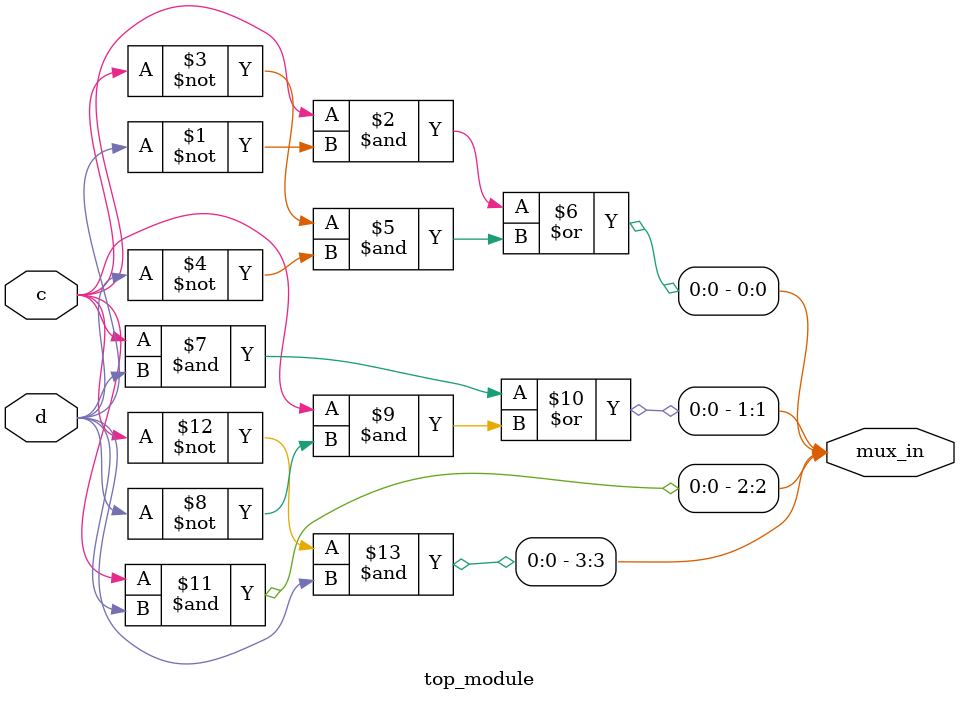
<source format=sv>
module top_module (
    input c,
    input d,
    output [3:0] mux_in
);

    // Implement the Karnaugh map using 2-to-1 multiplexers
    assign mux_in[0] = (c & ~d) | (~c & ~d);
    assign mux_in[1] = (c & d) | (c & ~d);
    assign mux_in[2] = (c & d);
    assign mux_in[3] = (~c & d);

endmodule

</source>
